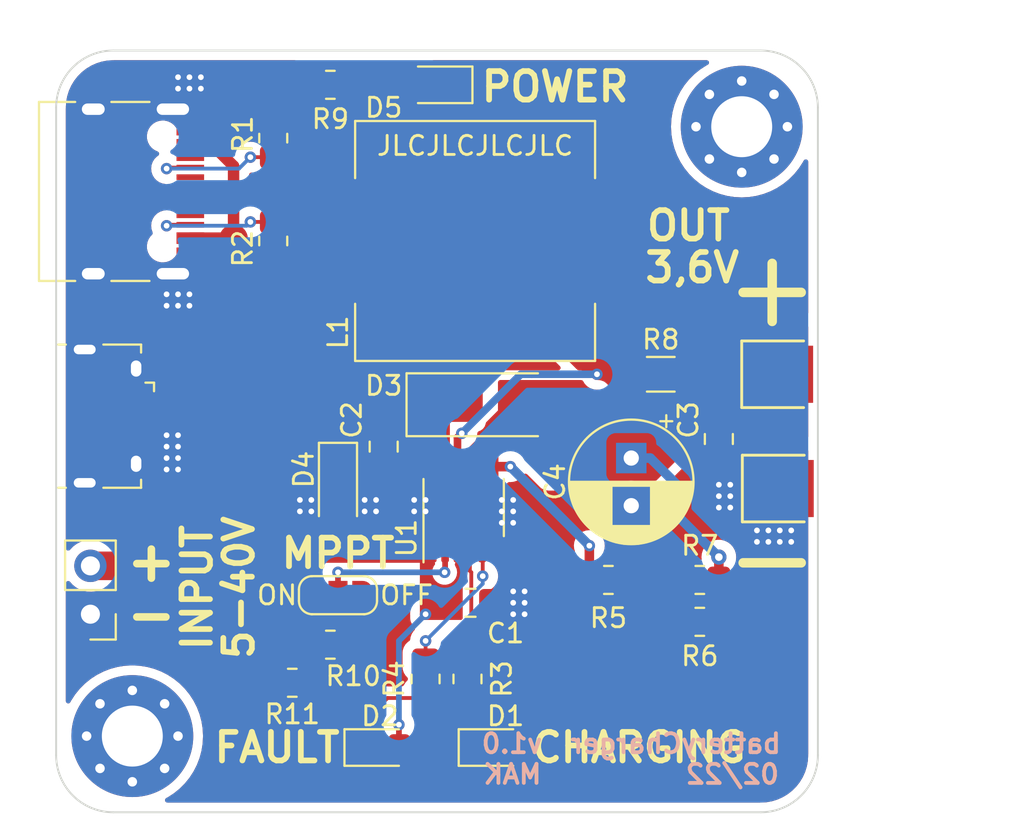
<source format=kicad_pcb>
(kicad_pcb (version 20211014) (generator pcbnew)
  (layers (0 "F.Cu" signal) (31 "B.Cu" signal) (34 "B.Paste" user) (35 "F.Paste" user) (36 "B.SilkS" user "B.Silkscreen") (37 "F.SilkS" user "F.Silkscreen") (38 "B.Mask" user) (39 "F.Mask" user) (44 "Edge.Cuts" user))
  (net 0 "")
  (net 1 "VCC")
  (net 2 "GND")
  (net 3 "Net-(C2-Pad1)")
  (net 4 "Net-(C2-Pad2)")
  (net 5 "Net-(C3-Pad1)")
  (net 6 "Net-(D1-Pad1)")
  (net 7 "Net-(D2-Pad1)")
  (net 8 "Net-(D5-Pad2)")
  (net 12 "Net-(J3-PadA5)")
  (net 16 "Net-(J3-PadB5)")
  (net 20 "Net-(L1-Pad2)")
  (net 21 "Net-(R3-Pad2)")
  (net 22 "Net-(R4-Pad2)")
  (net 23 "Net-(R5-Pad1)")
  (net 24 "Net-(R5-Pad2)")
  (net 26 "Net-(JP1-Pad1)")
  (net 27 "Net-(JP1-Pad2)")
  (footprint "Capacitor_THT:CP_Radial_D6.3mm_P2.50mm" (layer "F.Cu") (at 130.2 68.4 -90)
    (fp_text reference "C4" (at 1.25 4 90) (layer "F.SilkS"))
    (fp_text value "100u")
    (pad "1" thru_hole rect (at 0 0 270) (size 1.6 1.6) (drill 0.8) (layers *.Cu *.Mask) (net 5 "Net-(C3-Pad1)"))
    (pad "2" thru_hole circle (at 2.5 0 270) (size 1.6 1.6) (drill 0.8) (layers *.Cu *.Mask) (net 2 "GND"))
  )
  (footprint "Capacitor_SMD:C_0805_2012Metric_Pad1.18x1.45mm_HandSolder" (layer "F.Cu") (at 117.2 67.8 90)
    (fp_text reference "C2" (at 1.4 -1.68 90) (layer "F.SilkS"))
    (fp_text value "1u")
    (pad "1" smd roundrect (at -1.0375 0 90) (size 1.175 1.45) (layers "F.Cu" "F.Paste" "F.Mask") (roundrect_rratio 0.212766) (net 3 "Net-(C2-Pad1)"))
    (pad "2" smd roundrect (at 1.0375 0 90) (size 1.175 1.45) (layers "F.Cu" "F.Paste" "F.Mask") (roundrect_rratio 0.212766) (net 4 "Net-(C2-Pad2)"))
  )
  (footprint "Resistor_SMD:R_0805_2012Metric_Pad1.20x1.40mm_HandSolder" (layer "F.Cu") (at 111.4 57 -90)
    (fp_text reference "R2" (at 0.4 1.6 90) (layer "F.SilkS"))
    (fp_text value "5k1")
    (pad "1" smd roundrect (at -1 0 270) (size 1.2 1.4) (layers "F.Cu" "F.Paste" "F.Mask") (roundrect_rratio 0.208333) (net 16 "Net-(J3-PadB5)"))
    (pad "2" smd roundrect (at 1 0 270) (size 1.2 1.4) (layers "F.Cu" "F.Paste" "F.Mask") (roundrect_rratio 0.208333) (net 2 "GND"))
  )
  (footprint "Resistor_SMD:R_0805_2012Metric_Pad1.20x1.40mm_HandSolder" (layer "F.Cu") (at 121.6 80 90)
    (fp_text reference "R3" (at 0 1.8 90) (layer "F.SilkS"))
    (fp_text value "10k")
    (pad "1" smd roundrect (at -1 0 90) (size 1.2 1.4) (layers "F.Cu" "F.Paste" "F.Mask") (roundrect_rratio 0.208333) (net 6 "Net-(D1-Pad1)"))
    (pad "2" smd roundrect (at 1 0 90) (size 1.2 1.4) (layers "F.Cu" "F.Paste" "F.Mask") (roundrect_rratio 0.208333) (net 21 "Net-(R3-Pad2)"))
  )
  (footprint "MountingHole:MountingHole_3.2mm_M3_Pad_Via" (layer "F.Cu") (at 136 51)
    (fp_text reference "H2" hide)
    (fp_text value "MountingHole")
    (pad "1" thru_hole circle (at 0 0) (size 6.4 6.4) (drill 3.2) (layers *.Cu *.Mask))
    (pad "1" thru_hole circle (at -2.4 0) (size 0.8 0.8) (drill 0.5) (layers *.Cu *.Mask))
    (pad "1" thru_hole circle (at 2.4 0) (size 0.8 0.8) (drill 0.5) (layers *.Cu *.Mask))
    (pad "1" thru_hole circle (at 0 -2.4) (size 0.8 0.8) (drill 0.5) (layers *.Cu *.Mask))
    (pad "1" thru_hole circle (at -1.697056 1.697056) (size 0.8 0.8) (drill 0.5) (layers *.Cu *.Mask))
    (pad "1" thru_hole circle (at -1.697056 -1.697056) (size 0.8 0.8) (drill 0.5) (layers *.Cu *.Mask))
    (pad "1" thru_hole circle (at 0 2.4) (size 0.8 0.8) (drill 0.5) (layers *.Cu *.Mask))
    (pad "1" thru_hole circle (at 1.697056 -1.697056) (size 0.8 0.8) (drill 0.5) (layers *.Cu *.Mask))
    (pad "1" thru_hole circle (at 1.697056 1.697056) (size 0.8 0.8) (drill 0.5) (layers *.Cu *.Mask))
  )
  (footprint "Resistor_SMD:R_0805_2012Metric_Pad1.20x1.40mm_HandSolder" (layer "F.Cu") (at 112.4 80.2 180)
    (fp_text reference "R11" (at 0 -1.65) (layer "F.SilkS"))
    (fp_text value "R")
    (pad "1" smd roundrect (at -1 0 180) (size 1.2 1.4) (layers "F.Cu" "F.Paste" "F.Mask") (roundrect_rratio 0.208333) (net 26 "Net-(JP1-Pad1)"))
    (pad "2" smd roundrect (at 1 0 180) (size 1.2 1.4) (layers "F.Cu" "F.Paste" "F.Mask") (roundrect_rratio 0.208333) (net 2 "GND"))
  )
  (footprint "Jumper:SolderJumper-3_P1.3mm_Open_RoundedPad1.0x1.5mm_NumberLabels" (layer "F.Cu") (at 114.8 75.6)
    (fp_text reference "JP1" hide)
    (fp_text value "MPPT EN")
    (fp_text user "ON" (at -3.2 0) (layer "F.SilkS"))
    (fp_text user "OFF" (at 3.6 0) (layer "F.SilkS"))
    (pad "1" smd custom (at -1.3 0) (size 1 0.5) (layers "F.Cu" "F.Mask") (net 26 "Net-(JP1-Pad1)") (options (clearance outline) (anchor rect)) (primitives (gr_circle (center 0 0.25) (end 0.5 0.25) (width 0) (fill yes)) (gr_circle (center 0 -0.25) (end 0.5 -0.25) (width 0) (fill yes)) (gr_poly (pts (xy 0.55 0.75) (xy 0 0.75) (xy 0 -0.75) (xy 0.55 -0.75)) (width 0) (fill yes))))
    (pad "2" smd rect (at 0 0) (size 1 1.5) (layers "F.Cu" "F.Mask") (net 27 "Net-(JP1-Pad2)"))
    (pad "3" smd custom (at 1.3 0) (size 1 0.5) (layers "F.Cu" "F.Mask") (net 1 "VCC") (options (clearance outline) (anchor rect)) (primitives (gr_circle (center 0 0.25) (end 0.5 0.25) (width 0) (fill yes)) (gr_circle (center 0 -0.25) (end 0.5 -0.25) (width 0) (fill yes)) (gr_poly (pts (xy 0 0.75) (xy -0.55 0.75) (xy -0.55 -0.75) (xy 0 -0.75)) (width 0) (fill yes))))
  )
  (footprint "LED_SMD:LED_0805_2012Metric_Pad1.15x1.40mm_HandSolder" (layer "F.Cu") (at 117 83.6)
    (fp_text reference "D2" (at 0 -1.65) (layer "F.SilkS"))
    (fp_text value "LED")
    (pad "1" smd roundrect (at -1.025 0) (size 1.15 1.4) (layers "F.Cu" "F.Paste" "F.Mask") (roundrect_rratio 0.217391) (net 7 "Net-(D2-Pad1)"))
    (pad "2" smd roundrect (at 1.025 0) (size 1.15 1.4) (layers "F.Cu" "F.Paste" "F.Mask") (roundrect_rratio 0.217391) (net 1 "VCC"))
  )
  (footprint "Resistor_SMD:R_0805_2012Metric_Pad1.20x1.40mm_HandSolder" (layer "F.Cu") (at 133.8 74.8 180)
    (fp_text reference "R6" (at 0 -4) (layer "F.SilkS"))
    (fp_text value "30k")
    (pad "1" smd roundrect (at -1 0 180) (size 1.2 1.4) (layers "F.Cu" "F.Paste" "F.Mask") (roundrect_rratio 0.208333) (net 5 "Net-(C3-Pad1)"))
    (pad "2" smd roundrect (at 1 0 180) (size 1.2 1.4) (layers "F.Cu" "F.Paste" "F.Mask") (roundrect_rratio 0.208333) (net 24 "Net-(R5-Pad2)"))
  )
  (footprint "MountingHole:MountingHole_3.2mm_M3_Pad_Via" (layer "F.Cu") (at 104 83)
    (fp_text reference "H1" hide)
    (fp_text value "MountingHole")
    (pad "1" thru_hole circle (at 0 -2.4) (size 0.8 0.8) (drill 0.5) (layers *.Cu *.Mask))
    (pad "1" thru_hole circle (at 1.697056 1.697056) (size 0.8 0.8) (drill 0.5) (layers *.Cu *.Mask))
    (pad "1" thru_hole circle (at 2.4 0) (size 0.8 0.8) (drill 0.5) (layers *.Cu *.Mask))
    (pad "1" thru_hole circle (at -2.4 0) (size 0.8 0.8) (drill 0.5) (layers *.Cu *.Mask))
    (pad "1" thru_hole circle (at 1.697056 -1.697056) (size 0.8 0.8) (drill 0.5) (layers *.Cu *.Mask))
    (pad "1" thru_hole circle (at -1.697056 1.697056) (size 0.8 0.8) (drill 0.5) (layers *.Cu *.Mask))
    (pad "1" thru_hole circle (at 0 2.4) (size 0.8 0.8) (drill 0.5) (layers *.Cu *.Mask))
    (pad "1" thru_hole circle (at 0 0) (size 6.4 6.4) (drill 3.2) (layers *.Cu *.Mask))
    (pad "1" thru_hole circle (at -1.697056 -1.697056) (size 0.8 0.8) (drill 0.5) (layers *.Cu *.Mask))
  )
  (footprint "Connector_PinHeader_2.54mm:PinHeader_1x02_P2.54mm_Vertical" (layer "F.Cu") (at 101.8 76.6 180)
    (fp_text reference "J1" hide)
    (fp_text value "PWR_IN")
    (pad "1" thru_hole rect (at 0 0 180) (size 1.7 1.7) (drill 1) (layers *.Cu *.Mask) (net 2 "GND"))
    (pad "2" thru_hole oval (at 0 2.54 180) (size 1.7 1.7) (drill 1) (layers *.Cu *.Mask) (net 1 "VCC"))
  )
  (footprint "LED_SMD:LED_0805_2012Metric_Pad1.15x1.40mm_HandSolder" (layer "F.Cu") (at 120 48.8 180)
    (fp_text reference "D5" (at 2.8 -1.2) (layer "F.SilkS"))
    (fp_text value "LED")
    (pad "1" smd roundrect (at -1.025 0 180) (size 1.15 1.4) (layers "F.Cu" "F.Paste" "F.Mask") (roundrect_rratio 0.217391) (net 2 "GND"))
    (pad "2" smd roundrect (at 1.025 0 180) (size 1.15 1.4) (layers "F.Cu" "F.Paste" "F.Mask") (roundrect_rratio 0.217391) (net 8 "Net-(D5-Pad2)"))
  )
  (footprint "Diode_SMD:D_SMA_Handsoldering" (layer "F.Cu") (at 122.8 65.6)
    (fp_text reference "D3" (at -5.6 -1) (layer "F.SilkS"))
    (fp_text value "STPS1L60A")
    (pad "1" smd rect (at -2.5 0) (size 3.5 1.8) (layers "F.Cu" "F.Paste" "F.Mask") (net 4 "Net-(C2-Pad2)"))
    (pad "2" smd rect (at 2.5 0) (size 3.5 1.8) (layers "F.Cu" "F.Paste" "F.Mask") (net 5 "Net-(C3-Pad1)"))
  )
  (footprint "Capacitor_SMD:C_0805_2012Metric_Pad1.18x1.45mm_HandSolder" (layer "F.Cu") (at 121.7625 76)
    (fp_text reference "C1" (at 1.8375 1.6) (layer "F.SilkS"))
    (fp_text value "10u")
    (pad "1" smd roundrect (at -1.0375 0) (size 1.175 1.45) (layers "F.Cu" "F.Paste" "F.Mask") (roundrect_rratio 0.212766) (net 1 "VCC"))
    (pad "2" smd roundrect (at 1.0375 0) (size 1.175 1.45) (layers "F.Cu" "F.Paste" "F.Mask") (roundrect_rratio 0.212766) (net 2 "GND"))
  )
  (footprint "Inductor_SMD:L_12x12mm_H8mm" (layer "F.Cu") (at 122 57)
    (fp_text reference "L1" (at -7.2 4.8 90) (layer "F.SilkS"))
    (fp_text value "5u6")
    (pad "1" smd rect (at -4.95 0) (size 2.9 5.4) (layers "F.Cu" "F.Paste" "F.Mask") (net 3 "Net-(C2-Pad1)"))
    (pad "2" smd rect (at 4.95 0) (size 2.9 5.4) (layers "F.Cu" "F.Paste" "F.Mask") (net 20 "Net-(L1-Pad2)"))
  )
  (footprint "Diode_SMD:D_SOD-123F" (layer "F.Cu") (at 114.8 69.8 -90)
    (fp_text reference "D4" (at -0.8 1.8 90) (layer "F.SilkS"))
    (fp_text value "SKL34")
    (pad "1" smd rect (at -1.4 0 270) (size 1.1 1.1) (layers "F.Cu" "F.Paste" "F.Mask") (net 3 "Net-(C2-Pad1)"))
    (pad "2" smd rect (at 1.4 0 270) (size 1.1 1.1) (layers "F.Cu" "F.Paste" "F.Mask") (net 2 "GND"))
  )
  (footprint "Resistor_SMD:R_0805_2012Metric_Pad1.20x1.40mm_HandSolder" (layer "F.Cu") (at 129 74.8)
    (fp_text reference "R5" (at 0 2) (layer "F.SilkS"))
    (fp_text value "223k")
    (pad "1" smd roundrect (at -1 0) (size 1.2 1.4) (layers "F.Cu" "F.Paste" "F.Mask") (roundrect_rratio 0.208333) (net 23 "Net-(R5-Pad1)"))
    (pad "2" smd roundrect (at 1 0) (size 1.2 1.4) (layers "F.Cu" "F.Paste" "F.Mask") (roundrect_rratio 0.208333) (net 24 "Net-(R5-Pad2)"))
  )
  (footprint "Resistor_SMD:R_1206_3216Metric_Pad1.30x1.75mm_HandSolder" (layer "F.Cu") (at 131.75 64)
    (fp_text reference "R8" (at 0 -1.82) (layer "F.SilkS"))
    (fp_text value "50m")
    (pad "1" smd roundrect (at -1.55 0) (size 1.3 1.75) (layers "F.Cu" "F.Paste" "F.Mask") (roundrect_rratio 0.192308) (net 20 "Net-(L1-Pad2)"))
    (pad "2" smd roundrect (at 1.55 0) (size 1.3 1.75) (layers "F.Cu" "F.Paste" "F.Mask") (roundrect_rratio 0.192308) (net 5 "Net-(C3-Pad1)"))
  )
  (footprint "LED_SMD:LED_0805_2012Metric_Pad1.15x1.40mm_HandSolder" (layer "F.Cu") (at 123 83.6)
    (fp_text reference "D1" (at 0.6 -1.65) (layer "F.SilkS"))
    (fp_text value "LED")
    (pad "1" smd roundrect (at -1.025 0) (size 1.15 1.4) (layers "F.Cu" "F.Paste" "F.Mask") (roundrect_rratio 0.217391) (net 6 "Net-(D1-Pad1)"))
    (pad "2" smd roundrect (at 1.025 0) (size 1.15 1.4) (layers "F.Cu" "F.Paste" "F.Mask") (roundrect_rratio 0.217391) (net 1 "VCC"))
  )
  (footprint "Resistor_SMD:R_0805_2012Metric_Pad1.20x1.40mm_HandSolder" (layer "F.Cu") (at 111.4 51.6 90)
    (fp_text reference "R1" (at 0.2 -1.6 90) (layer "F.SilkS"))
    (fp_text value "5k1")
    (pad "1" smd roundrect (at -1 0 90) (size 1.2 1.4) (layers "F.Cu" "F.Paste" "F.Mask") (roundrect_rratio 0.208333) (net 12 "Net-(J3-PadA5)"))
    (pad "2" smd roundrect (at 1 0 90) (size 1.2 1.4) (layers "F.Cu" "F.Paste" "F.Mask") (roundrect_rratio 0.208333) (net 2 "GND"))
  )
  (footprint "Resistor_SMD:R_0805_2012Metric_Pad1.20x1.40mm_HandSolder" (layer "F.Cu") (at 133.8 77)
    (fp_text reference "R7" (at 0 -4) (layer "F.SilkS"))
    (fp_text value "330k")
    (pad "1" smd roundrect (at -1 0) (size 1.2 1.4) (layers "F.Cu" "F.Paste" "F.Mask") (roundrect_rratio 0.208333) (net 24 "Net-(R5-Pad2)"))
    (pad "2" smd roundrect (at 1 0) (size 1.2 1.4) (layers "F.Cu" "F.Paste" "F.Mask") (roundrect_rratio 0.208333) (net 2 "GND"))
  )
  (footprint "Package_SO:MSOP-12-1EP_3x4mm_P0.65mm_EP1.65x2.85mm" (layer "F.Cu") (at 121.4 71 90)
    (fp_text reference "U1" (at -1.6 -3 90) (layer "F.SilkS"))
    (fp_text value "LT3652EMSE")
    (pad "1" smd roundrect (at -2.15 -1.625 90) (size 1.45 0.4) (layers "F.Cu" "F.Paste" "F.Mask") (net 1 "VCC"))
    (pad "2" smd roundrect (at -2.15 -0.975 90) (size 1.45 0.4) (layers "F.Cu" "F.Paste" "F.Mask") (net 27 "Net-(JP1-Pad2)"))
    (pad "3" smd roundrect (at -2.15 -0.325 90) (size 1.45 0.4) (layers "F.Cu" "F.Paste" "F.Mask") (net 1 "VCC"))
    (pad "4" smd roundrect (at -2.15 0.325 90) (size 1.45 0.4) (layers "F.Cu" "F.Paste" "F.Mask") (net 21 "Net-(R3-Pad2)"))
    (pad "5" smd roundrect (at -2.15 0.975 90) (size 1.45 0.4) (layers "F.Cu" "F.Paste" "F.Mask") (net 22 "Net-(R4-Pad2)"))
    (pad "6" smd roundrect (at -2.15 1.625 90) (size 1.45 0.4) (layers "F.Cu" "F.Paste" "F.Mask") (net 2 "GND"))
    (pad "7" smd roundrect (at 2.15 1.625 90) (size 1.45 0.4) (layers "F.Cu" "F.Paste" "F.Mask") (net 23 "Net-(R5-Pad1)"))
    (pad "8" smd roundrect (at 2.15 0.975 90) (size 1.45 0.4) (layers "F.Cu" "F.Paste" "F.Mask"))
    (pad "9" smd roundrect (at 2.15 0.325 90) (size 1.45 0.4) (layers "F.Cu" "F.Paste" "F.Mask") (net 5 "Net-(C3-Pad1)"))
    (pad "10" smd roundrect (at 2.15 -0.325 90) (size 1.45 0.4) (layers "F.Cu" "F.Paste" "F.Mask") (net 20 "Net-(L1-Pad2)"))
    (pad "11" smd roundrect (at 2.15 -0.975 90) (size 1.45 0.4) (layers "F.Cu" "F.Paste" "F.Mask") (net 4 "Net-(C2-Pad2)"))
    (pad "12" smd roundrect (at 2.15 -1.625 90) (size 1.45 0.4) (layers "F.Cu" "F.Paste" "F.Mask") (net 3 "Net-(C2-Pad1)"))
    (pad "13" smd rect (at 0 0 90) (size 1.65 2.85) (layers "F.Cu" "F.Mask") (net 2 "GND"))
  )
  (footprint "Resistor_SMD:R_0805_2012Metric_Pad1.20x1.40mm_HandSolder" (layer "F.Cu") (at 119.4 80 90)
    (fp_text reference "R4" (at 0 -1.65 90) (layer "F.SilkS"))
    (fp_text value "10k")
    (pad "1" smd roundrect (at -1 0 90) (size 1.2 1.4) (layers "F.Cu" "F.Paste" "F.Mask") (roundrect_rratio 0.208333) (net 7 "Net-(D2-Pad1)"))
    (pad "2" smd roundrect (at 1 0 90) (size 1.2 1.4) (layers "F.Cu" "F.Paste" "F.Mask") (roundrect_rratio 0.208333) (net 22 "Net-(R4-Pad2)"))
  )
  (footprint "Resistor_SMD:R_0805_2012Metric_Pad1.20x1.40mm_HandSolder" (layer "F.Cu") (at 114.4 78.2 180)
    (fp_text reference "R10" (at -1.2 -1.65) (layer "F.SilkS"))
    (fp_text value "R")
    (pad "1" smd roundrect (at -1 0 180) (size 1.2 1.4) (layers "F.Cu" "F.Paste" "F.Mask") (roundrect_rratio 0.208333) (net 1 "VCC"))
    (pad "2" smd roundrect (at 1 0 180) (size 1.2 1.4) (layers "F.Cu" "F.Paste" "F.Mask") (roundrect_rratio 0.208333) (net 26 "Net-(JP1-Pad1)"))
  )
  (footprint "Connector_USB:USB_Micro-B_Amphenol_10118194_Horizontal" (layer "F.Cu") (at 102.8 66.2 -90)
    (fp_text reference "J2" hide)
    (fp_text value "USB_B_Micro")
    (pad "1" smd rect (at -1.3 -1.4 270) (size 0.4 1.35) (layers "F.Cu" "F.Paste" "F.Mask") (net 1 "VCC"))
    (pad "2" smd rect (at -0.65 -1.4 270) (size 0.4 1.35) (layers "F.Cu" "F.Paste" "F.Mask"))
    (pad "3" smd rect (at 0 -1.4 270) (size 0.4 1.35) (layers "F.Cu" "F.Paste" "F.Mask"))
    (pad "4" smd rect (at 0.65 -1.4 270) (size 0.4 1.35) (layers "F.Cu" "F.Paste" "F.Mask"))
    (pad "5" smd rect (at 1.3 -1.4 270) (size 0.4 1.35) (layers "F.Cu" "F.Paste" "F.Mask") (net 2 "GND"))
    (pad "6" smd rect (at -2.9 1.3 270) (size 1.2 1.55) (layers "F.Cu" "F.Paste" "F.Mask") (net 2 "GND"))
    (pad "6" smd rect (at -1 1.3 270) (size 1.5 1.55) (layers "F.Cu" "F.Paste" "F.Mask") (net 2 "GND"))
    (pad "6" thru_hole oval (at 2.5 -1.4 270) (size 1.25 0.95) (drill oval 0.85 0.55) (layers *.Cu *.Mask) (net 2 "GND"))
    (pad "6" smd rect (at 1 1.3 270) (size 1.5 1.55) (layers "F.Cu" "F.Paste" "F.Mask") (net 2 "GND"))
    (pad "6" smd rect (at 2.9 1.3 270) (size 1.2 1.55) (layers "F.Cu" "F.Paste" "F.Mask") (net 2 "GND"))
    (pad "6" thru_hole oval (at -3.5 1.3 270) (size 0.89 1.55) (drill oval 0.5 1.15) (layers *.Cu *.Mask) (net 2 "GND"))
    (pad "6" thru_hole oval (at -2.5 -1.4 270) (size 1.25 0.95) (drill oval 0.85 0.55) (layers *.Cu *.Mask) (net 2 "GND"))
    (pad "6" thru_hole oval (at 3.5 1.3 270) (size 0.89 1.55) (drill oval 0.5 1.15) (layers *.Cu *.Mask) (net 2 "GND"))
  )
  (footprint "Connector_USB:USB_C_Receptacle_HRO_TYPE-C-31-M-12" (layer "F.Cu") (at 103 54.4 -90)
    (fp_text reference "J3" hide)
    (fp_text value "USB_C_Receptacle_USB2.0")
    (pad "" np_thru_hole circle (at 2.89 -2.6 270) (size 0.65 0.65) (drill 0.65) (layers *.Cu *.Mask))
    (pad "" np_thru_hole circle (at -2.89 -2.6 270) (size 0.65 0.65) (drill 0.65) (layers *.Cu *.Mask))
    (pad "A1" smd rect (at -3.25 -4.045 270) (size 0.6 1.45) (layers "F.Cu" "F.Paste" "F.Mask") (net 2 "GND"))
    (pad "A4" smd rect (at -2.45 -4.045 270) (size 0.6 1.45) (layers "F.Cu" "F.Paste" "F.Mask") (net 1 "VCC"))
    (pad "A5" smd rect (at -1.25 -4.045 270) (size 0.3 1.45) (layers "F.Cu" "F.Paste" "F.Mask") (net 12 "Net-(J3-PadA5)"))
    (pad "A6" smd rect (at -0.25 -4.045 270) (size 0.3 1.45) (layers "F.Cu" "F.Paste" "F.Mask"))
    (pad "A7" smd rect (at 0.25 -4.045 270) (size 0.3 1.45) (layers "F.Cu" "F.Paste" "F.Mask"))
    (pad "A8" smd rect (at 1.25 -4.045 270) (size 0.3 1.45) (layers "F.Cu" "F.Paste" "F.Mask"))
    (pad "A9" smd rect (at 2.45 -4.045 270) (size 0.6 1.45) (layers "F.Cu" "F.Paste" "F.Mask") (net 1 "VCC"))
    (pad "A12" smd rect (at 3.25 -4.045 270) (size 0.6 1.45) (layers "F.Cu" "F.Paste" "F.Mask") (net 2 "GND"))
    (pad "B1" smd rect (at 3.25 -4.045 270) (size 0.6 1.45) (layers "F.Cu" "F.Paste" "F.Mask") (net 2 "GND"))
    (pad "B4" smd rect (at 2.45 -4.045 270) (size 0.6 1.45) (layers "F.Cu" "F.Paste" "F.Mask") (net 1 "VCC"))
    (pad "B5" smd rect (at 1.75 -4.045 270) (size 0.3 1.45) (layers "F.Cu" "F.Paste" "F.Mask") (net 16 "Net-(J3-PadB5)"))
    (pad "B6" smd rect (at 0.75 -4.045 270) (size 0.3 1.45) (layers "F.Cu" "F.Paste" "F.Mask"))
    (pad "B7" smd rect (at -0.75 -4.045 270) (size 0.3 1.45) (layers "F.Cu" "F.Paste" "F.Mask"))
    (pad "B8" smd rect (at -1.75 -4.045 270) (size 0.3 1.45) (layers "F.Cu" "F.Paste" "F.Mask"))
    (pad "B9" smd rect (at -2.45 -4.045 270) (size 0.6 1.45) (layers "F.Cu" "F.Paste" "F.Mask") (net 1 "VCC"))
    (pad "B12" smd rect (at -3.25 -4.045 270) (size 0.6 1.45) (layers "F.Cu" "F.Paste" "F.Mask") (net 2 "GND"))
    (pad "S1" thru_hole oval (at -4.32 1.05 270) (size 1 1.6) (drill oval 0.6 1.2) (layers *.Cu *.Mask) (net 2 "GND"))
    (pad "S1" thru_hole oval (at -4.32 -3.13 270) (size 1 2.1) (drill oval 0.6 1.7) (layers *.Cu *.Mask) (net 2 "GND"))
    (pad "S1" thru_hole oval (at 4.32 -3.13 270) (size 1 2.1) (drill oval 0.6 1.7) (layers *.Cu *.Mask) (net 2 "GND"))
    (pad "S1" thru_hole oval (at 4.32 1.05 270) (size 1 1.6) (drill oval 0.6 1.2) (layers *.Cu *.Mask) (net 2 "GND"))
  )
  (footprint "Resistor_SMD:R_0805_2012Metric_Pad1.20x1.40mm_HandSolder" (layer "F.Cu") (at 114.4 48.8)
    (fp_text reference "R9" (at 0 1.8) (layer "F.SilkS"))
    (fp_text value "R")
    (pad "1" smd roundrect (at -1 0) (size 1.2 1.4) (layers "F.Cu" "F.Paste" "F.Mask") (roundrect_rratio 0.208333) (net 1 "VCC"))
    (pad "2" smd roundrect (at 1 0) (size 1.2 1.4) (layers "F.Cu" "F.Paste" "F.Mask") (roundrect_rratio 0.208333) (net 8 "Net-(D5-Pad2)"))
  )
  (footprint "Capacitor_SMD:C_0805_2012Metric_Pad1.18x1.45mm_HandSolder" (layer "F.Cu") (at 134.8 67.4 -90)
    (fp_text reference "C3" (at -1 1.6 90) (layer "F.SilkS"))
    (fp_text value "10u")
    (pad "1" smd roundrect (at -1.0375 0 270) (size 1.175 1.45) (layers "F.Cu" "F.Paste" "F.Mask") (roundrect_rratio 0.212766) (net 5 "Net-(C3-Pad1)"))
    (pad "2" smd roundrect (at 1.0375 0 270) (size 1.175 1.45) (layers "F.Cu" "F.Paste" "F.Mask") (roundrect_rratio 0.212766) (net 2 "GND"))
  )
  (footprint "batteryCharger:2mm_Banana-Plug" (layer "F.Cu") (at 139.7825 70 -90)
    (fp_text reference "J5" hide)
    (fp_text value "BAT-")
    (pad "1" smd rect (at 0 1.75 270) (size 3 3.5) (layers "F.Cu" "F.Paste" "F.Mask") (net 2 "GND"))
  )
  (footprint "batteryCharger:2mm_Banana-Plug" (layer "F.Cu") (at 139.75 64 -90)
    (fp_text reference "J4" hide)
    (fp_text value "BAT+")
    (pad "1" smd rect (at 0 1.75 270) (size 3 3.5) (layers "F.Cu" "F.Paste" "F.Mask") (net 5 "Net-(C3-Pad1)"))
  )
  (gr_arc (start 100 50) (mid 100.87868 47.87868) (end 103 47) (layer "Edge.Cuts") (width 0.1))
  (gr_arc (start 137 47) (mid 139.12132 47.87868) (end 140 50) (layer "Edge.Cuts") (width 0.1))
  (gr_line (start 103 47) (end 137 47) (layer "Edge.Cuts") (width 0.1))
  (gr_line (start 140 50) (end 140 84) (layer "Edge.Cuts") (width 0.1))
  (gr_line (start 137 87) (end 103 87) (layer "Edge.Cuts") (width 0.1))
  (gr_arc (start 103 87) (mid 100.87868 86.12132) (end 100 84) (layer "Edge.Cuts") (width 0.1))
  (gr_arc (start 140 84) (mid 139.12132 86.12132) (end 137 87) (layer "Edge.Cuts") (width 0.1))
  (gr_line (start 100 84) (end 100 50) (layer "Edge.Cuts") (width 0.1))
  (gr_text "batteryCharger  v1.0\n02/22          MAK" (at 130.2 84.2) (layer "B.SilkS") (effects (font (size 1 1) (thickness 0.2)) (justify mirror)))
  (gr_text "MPPT" (at 114.8 73.4) (layer "F.SilkS") (effects (font (size 1.5 1.5) (thickness 0.3))))
  (gr_text "INPUT" (at 107.4 75.2 90) (layer "F.SilkS") (effects (font (size 1.5 1.5) (thickness 0.3))))
  (gr_text "POWER" (at 126.2 48.9) (layer "F.SilkS") (effects (font (size 1.5 1.5) (thickness 0.3))))
  (gr_text "3,6V" (at 133.4 58.4) (layer "F.SilkS") (effects (font (size 1.5 1.5) (thickness 0.3))))
  (gr_text "-" (at 105 76.6) (layer "F.SilkS") (effects (font (size 2 2) (thickness 0.4))))
  (gr_text "OUT" (at 133.2 56.2) (layer "F.SilkS") (effects (font (size 1.5 1.5) (thickness 0.3))))
  (gr_text "CHARGING" (at 130.6 83.6) (layer "F.SilkS") (effects (font (size 1.5 1.5) (thickness 0.3))))
  (gr_text "FAULT" (at 111.6 83.6) (layer "F.SilkS") (effects (font (size 1.5 1.5) (thickness 0.3))))
  (gr_text "-" (at 137.6 73.6) (layer "F.SilkS") (effects (font (size 4 4) (thickness 0.5))))
  (gr_text "5-40V" (at 109.6 75.2 90) (layer "F.SilkS") (effects (font (size 1.5 1.5) (thickness 0.3))))
  (gr_text "+" (at 137.6 59.4) (layer "F.SilkS") (effects (font (size 4 4) (thickness 0.5))))
  (gr_text "JLCJLCJLCJLC" (at 122 52) (layer "F.SilkS") (effects (font (size 1 1))))
  (gr_text "+" (at 105 73.8) (layer "F.SilkS") (effects (font (size 2 2) (thickness 0.4))))
  (segment (start 121.075 73.15) (end 121.075 74.075) (width 0.2) (layer "F.Cu") (net 1))
  (segment (start 118 83.575) (end 118.025 83.6) (width 0.3) (layer "F.Cu") (net 1))
  (segment (start 112.35 73.15) (end 108.719511 69.519511) (width 1.5) (layer "F.Cu") (net 1))
  (segment (start 107.045 56.85) (end 109.282924 56.85) (width 0.6) (layer "F.Cu") (net 1))
  (segment (start 109.282924 56.85) (end 109.316462 56.883538) (width 0.6) (layer "F.Cu") (net 1))
  (segment (start 101.8 74.06) (end 111.44 74.06) (width 1.5) (layer "F.Cu") (net 1))
  (segment (start 121.075 74.075) (end 121.2 74.2) (width 0.2) (layer "F.Cu") (net 1))
  (segment (start 118.8 85.4) (end 123.4 85.4) (width 0.2) (layer "F.Cu") (net 1))
  (segment (start 113.4 48.8) (end 110.2 48.8) (width 0.3) (layer "F.Cu") (net 1))
  (segment (start 116.1 75.6) (end 116.1 76.5) (width 0.3) (layer "F.Cu") (net 1))
  (segment (start 109.316462 53.066236) (end 109.316462 56.883538) (width 0.6) (layer "F.Cu") (net 1))
  (segment (start 121.075 75.65) (end 120.725 76) (width 0.3) (layer "F.Cu") (net 1))
  (segment (start 108.20377 51.953544) (end 109.316462 53.066236) (width 0.6) (layer "F.Cu") (net 1))
  (segment (start 116.1 76.5) (end 115.4 77.2) (width 0.3) (layer "F.Cu") (net 1))
  (segment (start 118 82.4) (end 118 83.575) (width 0.3) (layer "F.Cu") (net 1))
  (segment (start 121.2 75.525) (end 120.725 76) (width 0.2) (layer "F.Cu") (net 1))
  (segment (start 108.6 50.4) (end 108.6 51.9) (width 0.3) (layer "F.Cu") (net 1))
  (segment (start 115.4 77.2) (end 115.4 78.2) (width 0.3) (layer "F.Cu") (net 1))
  (segment (start 110.2 48.8) (end 108.6 50.4) (width 0.3) (layer "F.Cu") (net 1))
  (segment (start 108.200226 51.95) (end 108.20377 51.953544) (width 0.6) (layer "F.Cu") (net 1))
  (segment (start 112.35 73.15) (end 109.316462 70.116462) (width 1.5) (layer "F.Cu") (net 1))
  (segment (start 111.44 74.06) (end 112.35 73.15) (width 1.5) (layer "F.Cu") (net 1))
  (segment (start 109.316462 70.116462) (end 109.316462 56.883538) (width 1.5) (layer "F.Cu") (net 1))
  (segment (start 108.719511 69.519511) (end 108.719511 64.919511) (width 1.5) (layer "F.Cu") (net 1))
  (segment (start 119.4 75.6) (end 119.8 76) (width 0.3) (layer "F.Cu") (net 1))
  (segment (start 106.1 64.9) (end 106.119511 64.919511) (width 1.5) (layer "F.Cu") (net 1))
  (segment (start 123.4 85.4) (end 124.025 84.775) (width 0.2) (layer "F.Cu") (net 1))
  (segment (start 121.2 74.2) (end 121.2 75.525) (width 0.2) (layer "F.Cu") (net 1))
  (segment (start 116.1 75.6) (end 119.4 75.6) (width 0.3) (layer "F.Cu") (net 1))
  (segment (start 107.045 51.95) (end 108.200226 51.95) (width 0.6) (layer "F.Cu") (net 1))
  (segment (start 118.025 84.625) (end 118.8 85.4) (width 0.2) (layer "F.Cu") (net 1))
  (segment (start 118.025 83.6) (end 118.025 84.625) (width 0.2) (layer "F.Cu") (net 1))
  (segment (start 112.35 73.15) (end 119.27548 73.15) (width 1.5) (layer "F.Cu") (net 1))
  (segment (start 108.719511 64.919511) (end 106.119511 64.919511) (width 1.5) (layer "F.Cu") (net 1))
  (segment (start 124.025 84.775) (end 124.025 83.6) (width 0.2) (layer "F.Cu") (net 1))
  (segment (start 104.2 64.9) (end 106.1 64.9) (width 0.5) (layer "F.Cu") (net 1))
  (segment (start 119.8 76) (end 120.725 76) (width 0.3) (layer "F.Cu") (net 1))
  (via (at 118 82.4) (size 0.6) (drill 0.3) (layers "F.Cu" "B.Cu") (net 1))
  (via (at 119.4 76.6) (size 0.6) (drill 0.3) (layers "F.Cu" "B.Cu") (net 1))
  (segment (start 119.4 76.6) (end 118 78) (width 0.3) (layer "B.Cu") (net 1))
  (segment (start 118 78) (end 118 82.4) (width 0.3) (layer "B.Cu") (net 1))
  (segment (start 107.045 57.805) (end 106.13 58.72) (width 0.5) (layer "F.Cu") (net 2))
  (segment (start 103.2 69.7) (end 104.2 68.7) (width 0.5) (layer "F.Cu") (net 2))
  (segment (start 101.5 62.7) (end 103.2 62.7) (width 0.5) (layer "F.Cu") (net 2))
  (segment (start 101.5 65.2) (end 101.5 63.3) (width 0.5) (layer "F.Cu") (net 2))
  (segment (start 107.045 50.995) (end 106.13 50.08) (width 0.5) (layer "F.Cu") (net 2))
  (segment (start 103.2 62.7) (end 104.2 63.7) (width 0.5) (layer "F.Cu") (net 2))
  (segment (start 101.5 69.1) (end 101.5 67.2) (width 0.5) (layer "F.Cu") (net 2))
  (segment (start 104.2 68.7) (end 104.2 67.5) (width 0.5) (layer "F.Cu") (net 2))
  (segment (start 107.045 51.15) (end 107.045 50.995) (width 0.5) (layer "F.Cu") (net 2))
  (segment (start 101.95 50.08) (end 106.13 50.08) (width 0.5) (layer "F.Cu") (net 2))
  (segment (start 101.5 69.7) (end 103.2 69.7) (width 0.5) (layer "F.Cu") (net 2))
  (segment (start 107.045 57.65) (end 107.045 57.805) (width 0.5) (layer "F.Cu") (net 2))
  (segment (start 101.95 58.72) (end 106.13 58.72) (width 0.5) (layer "F.Cu") (net 2))
  (segment (start 101.5 67.2) (end 101.5 65.2) (width 0.5) (layer "F.Cu") (net 2))
  (via (at 124.6 76) (size 0.6) (drill 0.3) (layers "F.Cu" "B.Cu") (net 2))
  (via (at 106.4 60.4) (size 0.6) (drill 0.3) (layers "F.Cu" "B.Cu") (net 2))
  (via (at 136.8 72.2) (size 0.6) (drill 0.3) (layers "F.Cu" "B.Cu") (net 2))
  (via (at 135.4 69.8) (size 0.6) (drill 0.3) (layers "F.Cu" "B.Cu") (net 2))
  (via (at 123.4 71.2) (size 0.6) (drill 0.3) (layers "F.Cu" "B.Cu") (net 2))
  (via (at 107 49) (size 0.6) (drill 0.3) (layers "F.Cu" "B.Cu") (net 2))
  (via (at 116.8 71.2) (size 0.6) (drill 0.3) (layers "F.Cu" "B.Cu") (net 2))
  (via (at 124.6 76.6) (size 0.6) (drill 0.3) (layers "F.Cu" "B.Cu") (net 2))
  (via (at 106.4 49) (size 0.6) (drill 0.3) (layers "F.Cu" "B.Cu") (net 2))
  (via (at 105.8 67.8) (size 0.6) (drill 0.3) (layers "F.Cu" "B.Cu") (net 2))
  (via (at 118.8 71.2) (size 0.6) (drill 0.3) (layers "F.Cu" "B.Cu") (net 2))
  (via (at 124 75.4) (size 0.6) (drill 0.3) (layers "F.Cu" "B.Cu") (net 2))
  (via (at 124 71.2) (size 0.6) (drill 0.3) (layers "F.Cu" "B.Cu") (net 2))
  (via (at 138.6 72.2) (size 0.6) (drill 0.3) (layers "F.Cu" "B.Cu") (net 2))
  (via (at 113.4 70.6) (size 0.6) (drill 0.3) (layers "F.Cu" "B.Cu") (net 2))
  (via (at 119.4 70.6) (size 0.6) (drill 0.3) (layers "F.Cu" "B.Cu") (net 2))
  (via (at 134.8 69.8) (size 0.6) (drill 0.3) (layers "F.Cu" "B.Cu") (net 2))
  (via (at 106.4 67.8) (size 0.6) (drill 0.3) (layers "F.Cu" "B.Cu") (net 2))
  (via (at 112.8 71.2) (size 0.6) (drill 0.3) (layers "F.Cu" "B.Cu") (net 2))
  (via (at 116.8 70.6) (size 0.6) (drill 0.3) (layers "F.Cu" "B.Cu") (net 2))
  (via (at 107.6 49) (size 0.6) (drill 0.3) (layers "F.Cu" "B.Cu") (net 2))
  (via (at 106.4 68.4) (size 0.6) (drill 0.3) (layers "F.Cu" "B.Cu") (net 2))
  (via (at 134.8 70.4) (size 0.6) (drill 0.3) (layers "F.Cu" "B.Cu") (net 2))
  (via (at 135.4 71) (size 0.6) (drill 0.3) (layers "F.Cu" "B.Cu") (net 2))
  (via (at 119.4 71.2) (size 0.6) (drill 0.3) (layers "F.Cu" "B.Cu") (net 2))
  (via (at 138 72.2) (size 0.6) (drill 0.3) (layers "F.Cu" "B.Cu") (net 2))
  (via (at 113.4 71.2) (size 0.6) (drill 0.3) (layers "F.Cu" "B.Cu") (net 2))
  (via (at 105.8 69) (size 0.6) (drill 0.3) (layers "F.Cu" "B.Cu") (net 2))
  (via (at 124 70.6) (size 0.6) (drill 0.3) (layers "F.Cu" "B.Cu") (net 2))
  (via (at 138.6 72.8) (size 0.6) (drill 0.3) (layers "F.Cu" "B.Cu") (net 2))
  (via (at 138 72.8) (size 0.6) (drill 0.3) (layers "F.Cu" "B.Cu") (net 2))
  (via (at 107.6 48.4) (size 0.6) (drill 0.3) (layers "F.Cu" "B.Cu") (net 2))
  (via (at 118.8 70.6) (size 0.6) (drill 0.3) (layers "F.Cu" "B.Cu") (net 2))
  (via (at 124 76.6) (size 0.6) (drill 0.3) (layers "F.Cu" "B.Cu") (net 2))
  (via (at 134.8 71) (size 0.6) (drill 0.3) (layers "F.Cu" "B.Cu") (net 2))
  (via (at 116.2 70.6) (size 0.6) (drill 0.3) (layers "F.Cu" "B.Cu") (net 2))
  (via (at 136.8 72.8) (size 0.6) (drill 0.3) (layers "F.Cu" "B.Cu") (net 2))
  (via (at 124 71.8) (size 0.6) (drill 0.3) (layers "F.Cu" "B.Cu") (net 2))
  (via (at 105.8 68.4) (size 0.6) (drill 0.3) (layers "F.Cu" "B.Cu") (net 2))
  (via (at 105.8 67.2) (size 0.6) (drill 0.3) (layers "F.Cu" "B.Cu") (net 2))
  (via (at 123.4 71.8) (size 0.6) (drill 0.3) (layers "F.Cu" "B.Cu") (net 2))
  (via (at 105.8 59.8) (size 0.6) (drill 0.3) (layers "F.Cu" "B.Cu") (net 2))
  (via (at 137.4 72.2) (size 0.6) (drill 0.3) (layers "F.Cu" "B.Cu") (net 2))
  (via (at 116.2 71.2) (size 0.6) (drill 0.3) (layers "F.Cu" "B.Cu") (net 2))
  (via (at 107 48.4) (size 0.6) (drill 0.3) (layers "F.Cu" "B.Cu") (net 2))
  (via (at 106.4 59.8) (size 0.6) (drill 0.3) (layers "F.Cu" "B.Cu") (net 2))
  (via (at 123.4 70.6) (size 0.6) (drill 0.3) (layers "F.Cu" "B.Cu") (net 2))
  (via (at 107 60.4) (size 0.6) (drill 0.3) (layers "F.Cu" "B.Cu") (net 2))
  (via (at 124.6 75.4) (size 0.6) (drill 0.3) (layers "F.Cu" "B.Cu") (net 2))
  (via (at 135.4 70.4) (size 0.6) (drill 0.3) (layers "F.Cu" "B.Cu") (net 2))
  (via (at 106.4 67.2) (size 0.6) (drill 0.3) (layers "F.Cu" "B.Cu") (net 2))
  (via (at 107 59.8) (size 0.6) (drill 0.3) (layers "F.Cu" "B.Cu") (net 2))
  (via (at 124 76) (size 0.6) (drill 0.3) (layers "F.Cu" "B.Cu") (net 2))
  (via (at 137.4 72.8) (size 0.6) (drill 0.3) (layers "F.Cu" "B.Cu") (net 2))
  (via (at 106.4 69) (size 0.6) (drill 0.3) (layers "F.Cu" "B.Cu") (net 2))
  (via (at 106.4 48.4) (size 0.6) (drill 0.3) (layers "F.Cu" "B.Cu") (net 2))
  (via (at 105.8 60.4) (size 0.6) (drill 0.3) (layers "F.Cu" "B.Cu") (net 2))
  (via (at 112.8 70.6) (size 0.6) (drill 0.3) (layers "F.Cu" "B.Cu") (net 2))
  (segment (start 120.425 68.85) (end 120.425 65.725) (width 0.5) (layer "F.Cu") (net 4))
  (segment (start 120.425 65.725) (end 120.3 65.6) (width 0.5) (layer "F.Cu") (net 4))
  (segment (start 125.3 66.9) (end 125.3 65.6) (width 0.4) (layer "F.Cu") (net 5))
  (segment (start 124.9 67.3) (end 125.3 66.9) (width 0.4) (layer "F.Cu") (net 5))
  (segment (start 121.725 68.85) (end 121.725 68.068573) (width 0.4) (layer "F.Cu") (net 5))
  (segment (start 121.725 68.068573) (end 122.493573 67.3) (width 0.4) (layer "F.Cu") (net 5))
  (segment (start 134.8 74.8) (end 134.8 73.6) (width 0.5) (layer "F.Cu") (net 5))
  (segment (start 122.493573 67.3) (end 124.9 67.3) (width 0.4) (layer "F.Cu") (net 5))
  (via (at 134.8 73.6) (size 0.8) (drill 0.4) (layers "F.Cu" "B.Cu") (net 5))
  (segment (start 131.2 68.4) (end 130.2 68.4) (width 0.5) (layer "B.Cu") (net 5))
  (segment (start 132.6 69.8) (end 131.2 68.4) (width 0.5) (layer "B.Cu") (net 5))
  (segment (start 134.8 73.6) (end 132.6 71.4) (width 0.5) (layer "B.Cu") (net 5))
  (segment (start 132.6 71.4) (end 132.6 69.8) (width 0.5) (layer "B.Cu") (net 5))
  (segment (start 121.6 82) (end 121.975 82.375) (width 0.2) (layer "F.Cu") (net 6))
  (segment (start 121.975 82.375) (end 121.975 83.6) (width 0.2) (layer "F.Cu") (net 6))
  (segment (start 121.6 81) (end 121.6 82) (width 0.2) (layer "F.Cu") (net 6))
  (segment (start 117.4 81) (end 119.4 81) (width 0.2) (layer "F.Cu") (net 7))
  (segment (start 115.975 82.425) (end 117.4 81) (width 0.2) (layer "F.Cu") (net 7))
  (segment (start 115.975 83.6) (end 115.975 82.425) (width 0.2) (layer "F.Cu") (net 7))
  (segment (start 115.4 48.8) (end 118.975 48.8) (width 0.3) (layer "F.Cu") (net 8))
  (segment (start 107.045 53.15) (end 105.85 53.15) (width 0.2) (layer "F.Cu") (net 12))
  (segment (start 105.85 53.15) (end 105.8 53.2) (width 0.2) (layer "F.Cu") (net 12))
  (segment (start 111.4 52.6) (end 110.2 52.6) (width 0.2) (layer "F.Cu") (net 12))
  (via (at 110.2 52.6) (size 0.6) (drill 0.3) (layers "F.Cu" "B.Cu") (net 12))
  (via (at 105.8 53.2) (size 0.6) (drill 0.3) (layers "F.Cu" "B.Cu") (net 12))
  (segment (start 109.6 53.2) (end 105.8 53.2) (width 0.2) (layer "B.Cu") (net 12))
  (segment (start 110.2 52.6) (end 109.6 53.2) (width 0.2) (layer "B.Cu") (net 12))
  (segment (start 111.4 56) (end 110.2 56) (width 0.2) (layer "F.Cu") (net 16))
  (segment (start 105.85 56.15) (end 105.8 56.2) (width 0.2) (layer "F.Cu") (net 16))
  (segment (start 107.045 56.15) (end 105.85 56.15) (width 0.2) (layer "F.Cu") (net 16))
  (via (at 105.8 56.2) (size 0.6) (drill 0.3) (layers "F.Cu" "B.Cu") (net 16))
  (via (at 110.2 56) (size 0.6) (drill 0.3) (layers "F.Cu" "B.Cu") (net 16))
  (segment (start 110 56.2) (end 105.8 56.2) (width 0.2) (layer "B.Cu") (net 16))
  (segment (start 110.2 56) (end 110 56.2) (width 0.2) (layer "B.Cu") (net 16))
  (segment (start 121.075 68.85) (end 121.075 67.325) (width 0.4) (layer "F.Cu") (net 20))
  (segment (start 128.4 64) (end 130.2 64) (width 0.4) (layer "F.Cu") (net 20))
  (segment (start 121.075 67.325) (end 121.3 67.1) (width 0.4) (layer "F.Cu") (net 20))
  (via (at 121.3 67.1) (size 0.6) (drill 0.3) (layers "F.Cu" "B.Cu") (net 20))
  (via (at 128.4 64) (size 0.6) (drill 0.3) (layers "F.Cu" "B.Cu") (net 20))
  (segment (start 124.4 64) (end 124.9745 64) (width 0.4) (layer "B.Cu") (net 20))
  (segment (start 124.9745 64) (end 128.4 64) (width 0.4) (layer "B.Cu") (net 20))
  (segment (start 121.3 67.1) (end 124.4 64) (width 0.4) (layer "B.Cu") (net 20))
  (segment (start 121.725 73.15) (end 121.725 74.325) (width 0.2) (layer "F.Cu") (net 21))
  (segment (start 121.8 77.8) (end 121.6 78) (width 0.2) (layer "F.Cu") (net 21))
  (segment (start 121.725 74.325) (end 121.8 74.4) (width 0.2) (layer "F.Cu") (net 21))
  (segment (start 121.8 74.4) (end 121.8 77.8) (width 0.2) (layer "F.Cu") (net 21))
  (segment (start 121.6 78) (end 121.6 79) (width 0.2) (layer "F.Cu") (net 21))
  (segment (start 119.4 79) (end 119.4 78) (width 0.2) (layer "F.Cu") (net 22))
  (segment (start 122.4 74.6) (end 122.4 73.175) (width 0.2) (layer "F.Cu") (net 22))
  (segment (start 122.4 73.175) (end 122.375 73.15) (width 0.2) (layer "F.Cu") (net 22))
  (via (at 122.4 74.6) (size 0.6) (drill 0.3) (layers "F.Cu" "B.Cu") (net 22))
  (via (at 119.4 78) (size 0.6) (drill 0.3) (layers "F.Cu" "B.Cu") (net 22))
  (segment (start 122.4 75) (end 122.4 74.6) (width 0.2) (layer "B.Cu") (net 22))
  (segment (start 119.4 78) (end 122.4 75) (width 0.2) (layer "B.Cu") (net 22))
  (segment (start 128 74.8) (end 128 73) (width 0.5) (layer "F.Cu") (net 23))
  (segment (start 123.025 68.85) (end 123.85 68.85) (width 0.5) (layer "F.Cu") (net 23))
  (via (at 128 73) (size 0.6) (drill 0.3) (layers "F.Cu" "B.Cu") (net 23))
  (via (at 123.85 68.85) (size 0.6) (drill 0.3) (layers "F.Cu" "B.Cu") (net 23))
  (segment (start 123.85 68.85) (end 128 73) (width 0.5) (layer "B.Cu") (net 23))
  (segment (start 132.8 77) (end 132.8 74.8) (width 0.5) (layer "F.Cu") (net 24))
  (segment (start 130 74.8) (end 132.8 74.8) (width 0.5) (layer "F.Cu") (net 24))
  (segment (start 113.4 78.2) (end 113.4 80.2) (width 0.3) (layer "F.Cu") (net 26))
  (segment (start 113.5 75.6) (end 113.5 76.9) (width 0.3) (layer "F.Cu") (net 26))
  (segment (start 113.4 77) (end 113.4 78.2) (width 0.3) (layer "F.Cu") (net 26))
  (segment (start 113.5 76.9) (end 113.4 77) (width 0.3) (layer "F.Cu") (net 26))
  (segment (start 114.8 74.4995) (end 114.8 74.4) (width 0.3) (layer "F.Cu") (net 27))
  (segment (start 114.8 75.6) (end 114.8 74.4995) (width 0.3) (layer "F.Cu") (net 27))
  (segment (start 120.425 74.375) (end 120.4 74.4) (width 0.3) (layer "F.Cu") (net 27))
  (segment (start 120.425 73.15) (end 120.425 74.375) (width 0.3) (layer "F.Cu") (net 27))
  (via (at 114.8 74.4) (size 0.6) (drill 0.3) (layers "F.Cu" "B.Cu") (net 27))
  (via (at 120.4 74.4) (size 0.6) (drill 0.3) (layers "F.Cu" "B.Cu") (net 27))
  (segment (start 114.8 74.4) (end 120.4 74.4) (width 0.3) (layer "B.Cu") (net 27))
  (zone (net 4) (net_name "Net-(C2-Pad2)") (layer "F.Cu") (priority 1) (connect_pads yes (clearance 0.508)) (min_thickness 0.254) (fill yes (thermal_gap 0.508) (thermal_bridge_width 0.508))
    (polygon (pts (xy 122.4 66.8) (xy 121.2 66.8) (xy 120.7 67.3) (xy 120.7 69.7) (xy 120.1 69.7) (xy 120.1 67.6) (xy 119.7 67.6) (xy 118.5 67.6) (xy 118.3 67.8) (xy 116.2 67.8) (xy 116.2 66.2) (xy 118.1 64.3) (xy 122.4 64.3)))
  )
  (zone (net 5) (net_name "Net-(C3-Pad1)") (layer "F.Cu") (priority 3) (connect_pads yes (clearance 0.508)) (min_thickness 0.254) (fill yes (thermal_gap 0.508) (thermal_bridge_width 0.508))
    (polygon (pts (xy 140 67.4) (xy 133.7 67.4) (xy 131.5 69.6) (xy 125.8 69.6) (xy 123.8 67.6) (xy 122.5 67.6) (xy 122 68.1) (xy 122 69.6) (xy 121.5 69.6) (xy 121.5 67.6) (xy 123.2 65.9) (xy 123.2 64.3) (xy 128 64.3) (xy 128.9 65.2) (xy 131.7 65.2) (xy 131.7 61.4) (xy 140 61.4)))
  )
  (zone (net 3) (net_name "Net-(C2-Pad1)") (layer "F.Cu") (priority 2) (connect_pads yes (clearance 0.508)) (min_thickness 0.254) (fill yes (thermal_gap 0.508) (thermal_bridge_width 0.508))
    (polygon (pts (xy 118.8 61.6) (xy 115.6 64.8) (xy 115.6 67.8) (xy 120.2 67.8) (xy 120.2 69.8) (xy 114 69.8) (xy 114 63.4) (xy 115.2 62.2) (xy 115.2 54) (xy 118.8 54)))
  )
  (zone (net 1) (net_name "VCC") (layer "F.Cu") (priority 2) (connect_pads yes (clearance 0.35)) (min_thickness 0.2) (fill yes (thermal_gap 0.508) (thermal_bridge_width 0.508))
    (polygon (pts (xy 121.4 76.9) (xy 119.1 76.9) (xy 119.1 72.2) (xy 121.4 72.2)))
  )
  (zone (net 2) (net_name "GND") (layers F&B.Cu) (connect_pads yes (clearance 0.508)) (min_thickness 0.254) (fill yes (thermal_gap 0.508) (thermal_bridge_width 0.508))
    (polygon (pts (xy 140 87) (xy 100 87) (xy 100 47) (xy 140 47)))
  )
  (zone (net 20) (net_name "Net-(L1-Pad2)") (layer "F.Cu") (priority 2) (connect_pads yes (clearance 0.508)) (min_thickness 0.254) (fill yes (thermal_gap 0.508) (thermal_bridge_width 0.508))
    (polygon (pts (xy 128.8 60.6) (xy 131.2 63) (xy 131.2 65.2) (xy 128.8 65.2) (xy 125.2 61.6) (xy 125.2 54) (xy 128.8 54)))
  )
)
</source>
